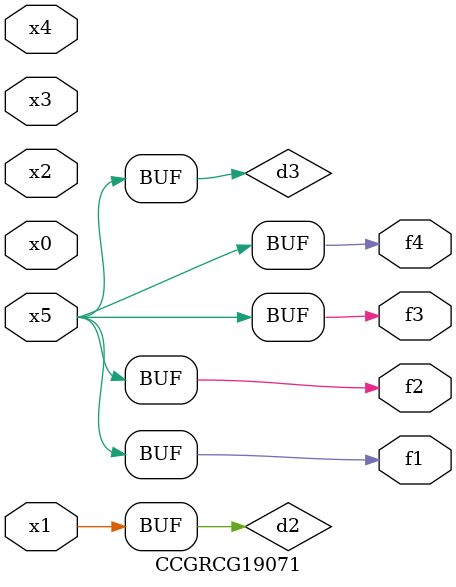
<source format=v>
module CCGRCG19071(
	input x0, x1, x2, x3, x4, x5,
	output f1, f2, f3, f4
);

	wire d1, d2, d3;

	not (d1, x5);
	or (d2, x1);
	xnor (d3, d1);
	assign f1 = d3;
	assign f2 = d3;
	assign f3 = d3;
	assign f4 = d3;
endmodule

</source>
